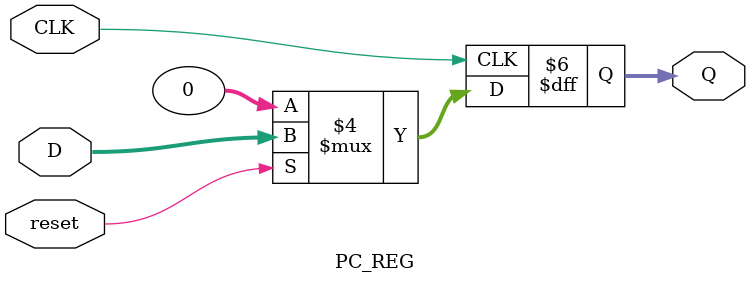
<source format=v>
module PC_REG(CLK, reset, D, Q);
	input CLK, reset;
	input [31:0] D;
	output reg [31:0] Q;

	always @(posedge CLK) begin
		if(!reset)
			Q <= 0;
		else
			Q <= D;
	end
	
endmodule

</source>
